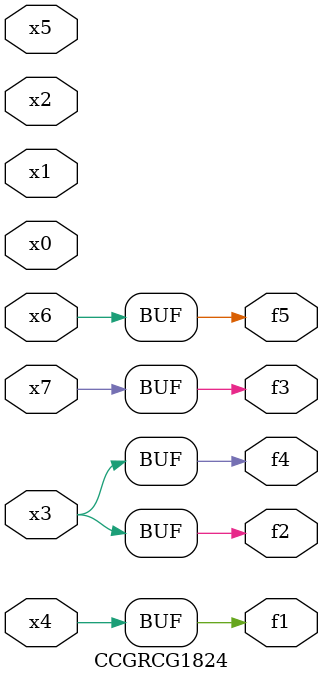
<source format=v>
module CCGRCG1824(
	input x0, x1, x2, x3, x4, x5, x6, x7,
	output f1, f2, f3, f4, f5
);
	assign f1 = x4;
	assign f2 = x3;
	assign f3 = x7;
	assign f4 = x3;
	assign f5 = x6;
endmodule

</source>
